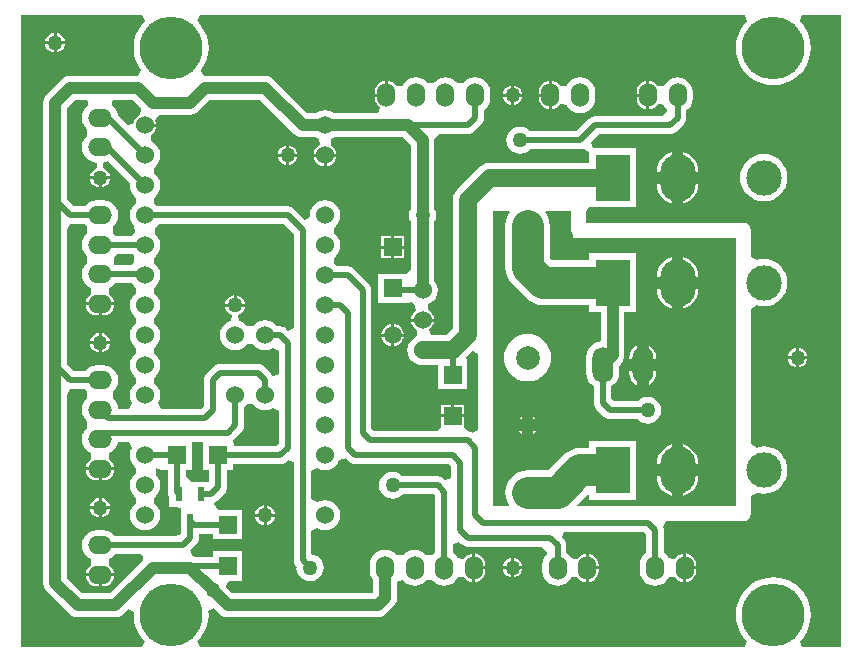
<source format=gbl>
G04 Layer_Physical_Order=2*
G04 Layer_Color=16711680*
%FSLAX25Y25*%
%MOIN*%
G70*
G01*
G75*
%ADD10R,0.05906X0.05906*%
%ADD11R,0.05906X0.05906*%
%ADD13C,0.02000*%
%ADD14C,0.01969*%
%ADD15C,0.10827*%
%ADD16C,0.06000*%
%ADD17O,0.08000X0.06000*%
%ADD18O,0.09843X0.07874*%
%ADD19C,0.07874*%
%ADD20O,0.06000X0.08000*%
%ADD21C,0.11811*%
%ADD22O,0.11811X0.15748*%
%ADD23R,0.11811X0.15748*%
%ADD24O,0.07000X0.12000*%
%ADD25C,0.20945*%
%ADD26C,0.05000*%
%ADD27C,0.05906*%
%ADD28R,0.02362X0.04528*%
%ADD29C,0.03937*%
%ADD30C,0.05906*%
G36*
X42374Y209626D02*
X42357Y209612D01*
X41085Y208123D01*
X40062Y206453D01*
X39312Y204644D01*
X38855Y202740D01*
X38702Y200787D01*
X38855Y198835D01*
X39312Y196931D01*
X40062Y195122D01*
X41085Y193452D01*
X41218Y193296D01*
X40212Y191443D01*
X40000Y191471D01*
X17500D01*
X16472Y191336D01*
X15515Y190939D01*
X14692Y190308D01*
X9692Y185308D01*
X9061Y184485D01*
X8664Y183528D01*
X8529Y182500D01*
Y22500D01*
X8664Y21472D01*
X9061Y20515D01*
X9692Y19692D01*
X17192Y12192D01*
X18014Y11561D01*
X18972Y11164D01*
X20000Y11029D01*
X32500D01*
X33528Y11164D01*
X34486Y11561D01*
X35308Y12192D01*
X36881Y13765D01*
X38786Y12887D01*
X38702Y11811D01*
X38855Y9859D01*
X39312Y7955D01*
X40062Y6146D01*
X41085Y4476D01*
X42357Y2987D01*
X42374Y2972D01*
X41648Y1003D01*
X1003D01*
Y211595D01*
X41648D01*
X42374Y209626D01*
D02*
G37*
G36*
X274587Y1003D02*
X261502D01*
X260775Y2972D01*
X260793Y2987D01*
X262065Y4476D01*
X263088Y6146D01*
X263837Y7955D01*
X264294Y9859D01*
X264448Y11811D01*
X264294Y13763D01*
X263837Y15667D01*
X263088Y17477D01*
X262065Y19146D01*
X260793Y20635D01*
X259304Y21907D01*
X257634Y22930D01*
X255825Y23680D01*
X253921Y24137D01*
X251969Y24290D01*
X250016Y24137D01*
X248112Y23680D01*
X246303Y22930D01*
X244633Y21907D01*
X243144Y20635D01*
X241872Y19146D01*
X240849Y17477D01*
X240100Y15667D01*
X239643Y13763D01*
X239489Y11811D01*
X239643Y9859D01*
X240100Y7955D01*
X240849Y6146D01*
X241872Y4476D01*
X243144Y2987D01*
X243162Y2972D01*
X242435Y1003D01*
X60714D01*
X59988Y2972D01*
X60005Y2987D01*
X61277Y4476D01*
X62300Y6146D01*
X63050Y7955D01*
X63507Y9859D01*
X63661Y11811D01*
X63564Y13036D01*
X65469Y13915D01*
X67192Y12192D01*
X68015Y11561D01*
X68972Y11164D01*
X70000Y11029D01*
X120000D01*
X121028Y11164D01*
X121985Y11561D01*
X122808Y12192D01*
X125308Y14692D01*
X125939Y15515D01*
X126336Y16472D01*
X126471Y17500D01*
Y22694D01*
X128200Y23334D01*
X128343Y23319D01*
X128614Y23197D01*
X128799Y22956D01*
X129837Y22160D01*
X131045Y21659D01*
X132343Y21489D01*
X133640Y21659D01*
X134848Y22160D01*
X135886Y22956D01*
X136071Y23197D01*
X136297Y23299D01*
X138231D01*
X138457Y23197D01*
X138642Y22956D01*
X139679Y22160D01*
X140888Y21659D01*
X142185Y21489D01*
X143482Y21659D01*
X144691Y22160D01*
X145729Y22956D01*
X146525Y23994D01*
X146680Y24369D01*
X148114Y24524D01*
X148838Y24435D01*
X149326Y23799D01*
X150118Y23192D01*
X151039Y22810D01*
X151528Y22746D01*
Y27500D01*
Y32254D01*
X151039Y32190D01*
X150118Y31808D01*
X149326Y31201D01*
X148838Y30565D01*
X148114Y30476D01*
X146680Y30631D01*
X146525Y31006D01*
X145729Y32044D01*
X145163Y32477D01*
Y35341D01*
X147132Y36156D01*
X147894Y35394D01*
X147894Y35394D01*
X148511Y34921D01*
X149229Y34623D01*
X150000Y34522D01*
X174680D01*
X176483Y32643D01*
X176456Y32044D01*
X175660Y31006D01*
X175159Y29797D01*
X174989Y28500D01*
Y26500D01*
X175159Y25203D01*
X175660Y23994D01*
X176456Y22956D01*
X177494Y22160D01*
X178703Y21659D01*
X180000Y21489D01*
X181297Y21659D01*
X182506Y22160D01*
X183544Y22956D01*
X184340Y23994D01*
X184495Y24369D01*
X185928Y24524D01*
X186653Y24435D01*
X187141Y23799D01*
X187933Y23192D01*
X188854Y22810D01*
X189342Y22746D01*
Y27500D01*
Y32254D01*
X188854Y32190D01*
X187933Y31808D01*
X187141Y31201D01*
X186653Y30565D01*
X185928Y30476D01*
X184495Y30631D01*
X184340Y31006D01*
X183544Y32044D01*
X182978Y32477D01*
Y35000D01*
X182877Y35771D01*
X182579Y36489D01*
X182106Y37106D01*
X182106Y37106D01*
X181509Y37703D01*
X182262Y39522D01*
X208766D01*
X209522Y38766D01*
Y32477D01*
X208956Y32044D01*
X208160Y31006D01*
X207659Y29797D01*
X207489Y28500D01*
Y26500D01*
X207659Y25203D01*
X208160Y23994D01*
X208956Y22956D01*
X209994Y22160D01*
X211203Y21659D01*
X212500Y21489D01*
X213797Y21659D01*
X215006Y22160D01*
X216044Y22956D01*
X216840Y23994D01*
X216995Y24369D01*
X218428Y24524D01*
X219153Y24435D01*
X219641Y23799D01*
X220432Y23192D01*
X221354Y22810D01*
X221843Y22746D01*
Y27500D01*
Y32254D01*
X221354Y32190D01*
X220432Y31808D01*
X219641Y31201D01*
X219153Y30565D01*
X218428Y30476D01*
X216995Y30631D01*
X216840Y31006D01*
X216044Y32044D01*
X215478Y32477D01*
Y40000D01*
X215377Y40771D01*
X215276Y41015D01*
X215916Y42445D01*
X216325Y42913D01*
X216414Y42983D01*
X242000D01*
X242963Y43175D01*
X243780Y43720D01*
X244325Y44537D01*
X244517Y45500D01*
Y51319D01*
X246485Y52456D01*
X247197Y52240D01*
X248740Y52088D01*
X250284Y52240D01*
X251768Y52690D01*
X253136Y53421D01*
X254335Y54405D01*
X255319Y55604D01*
X256050Y56972D01*
X256500Y58456D01*
X256652Y60000D01*
X256500Y61544D01*
X256050Y63028D01*
X255319Y64396D01*
X254335Y65595D01*
X253136Y66579D01*
X251768Y67310D01*
X250284Y67760D01*
X248740Y67912D01*
X247197Y67760D01*
X246485Y67544D01*
X244517Y68681D01*
Y113819D01*
X246485Y114956D01*
X247197Y114740D01*
X248740Y114588D01*
X250284Y114740D01*
X251768Y115190D01*
X253136Y115921D01*
X254335Y116905D01*
X255319Y118104D01*
X256050Y119472D01*
X256500Y120956D01*
X256652Y122500D01*
X256500Y124044D01*
X256050Y125528D01*
X255319Y126896D01*
X254335Y128095D01*
X253136Y129079D01*
X251768Y129810D01*
X250284Y130260D01*
X248740Y130412D01*
X247197Y130260D01*
X246485Y130044D01*
X244517Y131181D01*
Y140000D01*
X244325Y140963D01*
X243780Y141780D01*
X242963Y142325D01*
X242000Y142517D01*
X189517D01*
Y146085D01*
X190472Y147658D01*
X190781Y147658D01*
X206221D01*
Y167342D01*
X191917Y167342D01*
X191886D01*
X191886D01*
X191838Y167342D01*
X191023Y169311D01*
X193734Y172022D01*
X217500D01*
X218271Y172123D01*
X218989Y172421D01*
X219606Y172894D01*
X222106Y175394D01*
X222106Y175394D01*
X222579Y176011D01*
X222877Y176729D01*
X222978Y177500D01*
Y180023D01*
X223544Y180456D01*
X224340Y181494D01*
X224841Y182703D01*
X225011Y184000D01*
Y186000D01*
X224841Y187297D01*
X224340Y188506D01*
X223544Y189544D01*
X222506Y190340D01*
X221297Y190841D01*
X220000Y191011D01*
X218703Y190841D01*
X217494Y190340D01*
X216456Y189544D01*
X215660Y188506D01*
X215505Y188131D01*
X214071Y187976D01*
X213347Y188065D01*
X212859Y188701D01*
X212068Y189308D01*
X211146Y189690D01*
X210658Y189754D01*
Y185000D01*
Y180246D01*
X211146Y180310D01*
X212068Y180692D01*
X212859Y181299D01*
X213347Y181935D01*
X214071Y182024D01*
X215505Y181869D01*
X215660Y181494D01*
X216456Y180456D01*
X216483Y179857D01*
X214680Y177978D01*
X192500D01*
X192500Y177978D01*
X191729Y177877D01*
X191011Y177579D01*
X190394Y177106D01*
X186266Y172978D01*
X170847D01*
X170687Y173187D01*
X169754Y173903D01*
X168667Y174354D01*
X167500Y174507D01*
X166333Y174354D01*
X165246Y173903D01*
X164313Y173187D01*
X163597Y172254D01*
X163146Y171167D01*
X162993Y170000D01*
X163146Y168833D01*
X163597Y167746D01*
X164313Y166813D01*
X165246Y166097D01*
X166333Y165647D01*
X167500Y165493D01*
X168667Y165647D01*
X169754Y166097D01*
X170687Y166813D01*
X170847Y167022D01*
X187500D01*
X188271Y167123D01*
X188504Y167220D01*
X188762Y167120D01*
X190346Y166192D01*
X190472Y166078D01*
X190472Y165940D01*
Y162464D01*
X157500D01*
X156215Y162295D01*
X155018Y161799D01*
X153990Y161010D01*
X146490Y153510D01*
X145701Y152482D01*
X145205Y151285D01*
X145036Y150000D01*
Y107056D01*
X142944Y104964D01*
X137754D01*
X137387Y105715D01*
X137223Y106932D01*
X137701Y107299D01*
X138308Y108090D01*
X138690Y109011D01*
X138754Y109500D01*
X135000D01*
X131246D01*
X131310Y109011D01*
X131692Y108090D01*
X132299Y107299D01*
X133090Y106692D01*
X133168Y106659D01*
X133059Y104574D01*
X132494Y104340D01*
X131456Y103544D01*
X130660Y102506D01*
X130159Y101297D01*
X129989Y100000D01*
X130159Y98703D01*
X130660Y97494D01*
X131456Y96456D01*
X132494Y95660D01*
X133703Y95159D01*
X135000Y94989D01*
X135362Y95036D01*
X140079D01*
Y86968D01*
X149921D01*
Y96811D01*
X149921D01*
X149602Y97582D01*
X151664Y99645D01*
X153483Y98891D01*
Y73358D01*
X151515Y72560D01*
X151489Y72579D01*
X150771Y72877D01*
X150100Y72965D01*
X149259Y73834D01*
X148740Y74433D01*
X148740Y74947D01*
Y77610D01*
X145000D01*
X141260D01*
Y74947D01*
X141260Y74370D01*
X139868Y72978D01*
X118734D01*
X117978Y73734D01*
Y120000D01*
X117978Y120000D01*
X117877Y120771D01*
X117579Y121489D01*
X117106Y122106D01*
X112106Y127106D01*
X111489Y127579D01*
X110771Y127877D01*
X110000Y127978D01*
X106477D01*
X106044Y128544D01*
X105692Y128814D01*
X105549Y129197D01*
Y130803D01*
X105692Y131186D01*
X106044Y131456D01*
X106840Y132494D01*
X107341Y133703D01*
X107511Y135000D01*
X107341Y136297D01*
X106840Y137506D01*
X106044Y138544D01*
X105692Y138813D01*
X105549Y139197D01*
Y140803D01*
X105692Y141186D01*
X106044Y141456D01*
X106840Y142494D01*
X107341Y143703D01*
X107511Y145000D01*
X107341Y146297D01*
X106840Y147506D01*
X106044Y148544D01*
X105006Y149340D01*
X103797Y149841D01*
X102500Y150011D01*
X101203Y149841D01*
X99994Y149340D01*
X98956Y148544D01*
X98160Y147506D01*
X97659Y146297D01*
X97489Y145000D01*
X97563Y144432D01*
X95699Y143513D01*
X92106Y147106D01*
X91489Y147579D01*
X90771Y147877D01*
X90000Y147978D01*
X46477D01*
X46044Y148544D01*
X45692Y148813D01*
X45549Y149197D01*
Y150803D01*
X45692Y151187D01*
X46044Y151456D01*
X46840Y152494D01*
X47341Y153703D01*
X47511Y155000D01*
X47341Y156297D01*
X46840Y157506D01*
X46044Y158544D01*
X45692Y158814D01*
X45549Y159197D01*
Y160803D01*
X45692Y161187D01*
X46044Y161456D01*
X46840Y162494D01*
X47341Y163703D01*
X47511Y165000D01*
X47341Y166297D01*
X46840Y167506D01*
X46044Y168544D01*
X45006Y169340D01*
X44441Y169574D01*
X44332Y171659D01*
X44410Y171692D01*
X45201Y172299D01*
X45808Y173090D01*
X46190Y174011D01*
X46254Y174500D01*
X42500D01*
Y175500D01*
X46254D01*
X46190Y175989D01*
X45953Y176560D01*
X46430Y177723D01*
X47047Y178529D01*
X57500D01*
X58528Y178664D01*
X59486Y179061D01*
X60308Y179692D01*
X64145Y183529D01*
X80855D01*
X92192Y172192D01*
X93015Y171561D01*
X93972Y171164D01*
X95000Y171029D01*
X99513D01*
X99994Y170660D01*
X100559Y170426D01*
X100668Y168341D01*
X100590Y168308D01*
X99799Y167701D01*
X99192Y166910D01*
X98810Y165989D01*
X98746Y165500D01*
X106254D01*
X106190Y165989D01*
X105808Y166910D01*
X105201Y167701D01*
X104410Y168308D01*
X104332Y168341D01*
X104441Y170426D01*
X105006Y170660D01*
X105487Y171029D01*
X128355D01*
X131029Y168355D01*
Y147090D01*
X130647Y146167D01*
X130493Y145000D01*
X130647Y143833D01*
X131029Y142910D01*
Y127041D01*
X129921Y125531D01*
X120079D01*
Y115689D01*
X129921D01*
X129921Y115689D01*
X131333Y116001D01*
X132516Y115159D01*
X132644Y114746D01*
X132663Y112980D01*
X132299Y112701D01*
X131692Y111910D01*
X131310Y110989D01*
X131246Y110500D01*
X135000D01*
X138754D01*
X138690Y110989D01*
X138308Y111910D01*
X137701Y112701D01*
X136910Y113308D01*
X136832Y113341D01*
X136941Y115426D01*
X137506Y115660D01*
X138544Y116456D01*
X139340Y117494D01*
X139841Y118703D01*
X140011Y120000D01*
X139841Y121297D01*
X139340Y122506D01*
X138971Y122987D01*
Y142910D01*
X139354Y143833D01*
X139507Y145000D01*
X139354Y146167D01*
X138971Y147090D01*
Y170000D01*
X138964Y170053D01*
X140227Y171833D01*
X140555Y172022D01*
X150000D01*
X150771Y172123D01*
X151489Y172421D01*
X152106Y172894D01*
X154606Y175394D01*
X154606Y175394D01*
X155079Y176011D01*
X155377Y176729D01*
X155478Y177500D01*
Y180023D01*
X156044Y180456D01*
X156840Y181494D01*
X157341Y182703D01*
X157511Y184000D01*
Y186000D01*
X157341Y187297D01*
X156840Y188506D01*
X156044Y189544D01*
X155006Y190340D01*
X153797Y190841D01*
X152500Y191011D01*
X151203Y190841D01*
X149994Y190340D01*
X148956Y189544D01*
X148772Y189303D01*
X148546Y189201D01*
X146612D01*
X146386Y189303D01*
X146201Y189544D01*
X145163Y190340D01*
X143955Y190841D01*
X142657Y191011D01*
X141360Y190841D01*
X140152Y190340D01*
X139114Y189544D01*
X138929Y189303D01*
X138703Y189201D01*
X136769D01*
X136543Y189303D01*
X136358Y189544D01*
X135321Y190340D01*
X134112Y190841D01*
X132815Y191011D01*
X131518Y190841D01*
X130309Y190340D01*
X129271Y189544D01*
X128475Y188506D01*
X128320Y188131D01*
X126886Y187976D01*
X126162Y188065D01*
X125674Y188701D01*
X124882Y189308D01*
X123961Y189690D01*
X123472Y189754D01*
Y185000D01*
X122972D01*
Y184500D01*
X119152D01*
Y184000D01*
X119282Y183011D01*
X119664Y182090D01*
X120271Y181299D01*
X120739Y180939D01*
X120558Y179672D01*
X120211Y178971D01*
X105487D01*
X105006Y179340D01*
X103797Y179841D01*
X102500Y180011D01*
X101203Y179841D01*
X99994Y179340D01*
X99513Y178971D01*
X96645D01*
X85308Y190308D01*
X84486Y190939D01*
X83528Y191336D01*
X82500Y191471D01*
X62500D01*
X62133Y191423D01*
X61060Y193197D01*
X61277Y193452D01*
X62300Y195122D01*
X63050Y196931D01*
X63507Y198835D01*
X63661Y200787D01*
X63507Y202740D01*
X63050Y204644D01*
X62300Y206453D01*
X61277Y208123D01*
X60005Y209612D01*
X59988Y209626D01*
X60714Y211595D01*
X242435D01*
X243161Y209626D01*
X243144Y209612D01*
X241872Y208123D01*
X240849Y206453D01*
X240100Y204644D01*
X239643Y202740D01*
X239489Y200787D01*
X239643Y198835D01*
X240100Y196931D01*
X240849Y195122D01*
X241872Y193452D01*
X243144Y191963D01*
X244633Y190691D01*
X246303Y189668D01*
X248112Y188919D01*
X250016Y188462D01*
X251969Y188308D01*
X253921Y188462D01*
X255825Y188919D01*
X257634Y189668D01*
X259304Y190691D01*
X260793Y191963D01*
X262065Y193452D01*
X263088Y195122D01*
X263837Y196931D01*
X264294Y198835D01*
X264448Y200787D01*
X264294Y202740D01*
X263837Y204644D01*
X263088Y206453D01*
X262065Y208123D01*
X260793Y209612D01*
X260776Y209626D01*
X261502Y211595D01*
X274587D01*
Y1003D01*
D02*
G37*
G36*
X41247Y180637D02*
X41299Y180253D01*
X40733Y178367D01*
X40590Y178308D01*
X39799Y177701D01*
X39192Y176910D01*
X38810Y175989D01*
X38777Y175741D01*
X36914Y174954D01*
X36784Y174951D01*
X33402Y178333D01*
X33341Y178797D01*
X32840Y180006D01*
X32044Y181044D01*
X31370Y181561D01*
X31643Y183060D01*
X31889Y183529D01*
X38355D01*
X41247Y180637D01*
D02*
G37*
G36*
X23357Y183060D02*
X23630Y181561D01*
X22956Y181044D01*
X22160Y180006D01*
X21659Y178797D01*
X21489Y177500D01*
X21659Y176203D01*
X22160Y174994D01*
X22956Y173956D01*
X23197Y173772D01*
X23299Y173546D01*
Y171612D01*
X23197Y171386D01*
X22956Y171201D01*
X22160Y170163D01*
X21659Y168955D01*
X21489Y167657D01*
X21659Y166360D01*
X22160Y165152D01*
X22956Y164114D01*
X23994Y163318D01*
X24765Y162998D01*
X25203Y162817D01*
X26513Y162466D01*
Y162466D01*
D01*
X26642Y160703D01*
X26466Y160630D01*
X25842Y160371D01*
X25155Y159845D01*
X24629Y159158D01*
X24297Y158358D01*
X24250Y158000D01*
X30750D01*
X30703Y158358D01*
X30371Y159158D01*
X29845Y159845D01*
X29158Y160371D01*
X28534Y160630D01*
X28368Y160699D01*
X28488Y162466D01*
X30260Y162938D01*
X30315Y162951D01*
X37579Y155687D01*
X37489Y155000D01*
X37659Y153703D01*
X38160Y152494D01*
X38956Y151456D01*
X39308Y151187D01*
X39451Y150803D01*
Y149197D01*
X39308Y148813D01*
X38956Y148544D01*
X38160Y147506D01*
X37659Y146297D01*
X37489Y145000D01*
X37659Y143703D01*
X38160Y142494D01*
X38956Y141456D01*
X39073Y139367D01*
X37922Y138136D01*
X32477D01*
X32044Y138701D01*
X31803Y138885D01*
X31701Y139112D01*
Y141045D01*
X31803Y141272D01*
X32044Y141456D01*
X32840Y142494D01*
X33341Y143703D01*
X33511Y145000D01*
X33341Y146297D01*
X32840Y147506D01*
X32044Y148544D01*
X31006Y149340D01*
X29797Y149841D01*
X28500Y150011D01*
X26500D01*
X25203Y149841D01*
X23994Y149340D01*
X22956Y148544D01*
X22523Y147978D01*
X18734D01*
X16471Y150241D01*
Y180855D01*
X19145Y183529D01*
X23111D01*
X23357Y183060D01*
D02*
G37*
G36*
X38956Y131456D02*
X38913Y129410D01*
X37857Y128293D01*
X32477D01*
X32044Y128858D01*
X32020Y130868D01*
X33266Y132179D01*
X38402D01*
X38956Y131456D01*
D02*
G37*
G36*
X92022Y138766D02*
Y107284D01*
X90203Y106531D01*
X89617Y107117D01*
X88997Y107593D01*
X88275Y107892D01*
X87500Y107994D01*
X86465D01*
X86044Y108544D01*
X85006Y109340D01*
X83797Y109841D01*
X82500Y110011D01*
X81203Y109841D01*
X79994Y109340D01*
X78956Y108544D01*
X78686Y108192D01*
X78303Y108049D01*
X76697D01*
X76314Y108192D01*
X76044Y108544D01*
X75006Y109340D01*
X73797Y109841D01*
X73447Y111692D01*
X73448Y111695D01*
X74158Y112128D01*
X74844Y112655D01*
X74845Y112655D01*
X74958Y112803D01*
X75371Y113342D01*
X75703Y114142D01*
X75750Y114500D01*
X69250D01*
X69297Y114142D01*
X69629Y113342D01*
X70042Y112803D01*
X70155Y112655D01*
X70156Y112655D01*
X70842Y112128D01*
X71552Y111695D01*
X71553Y111692D01*
X71203Y109841D01*
X69994Y109340D01*
X68956Y108544D01*
X68160Y107506D01*
X67659Y106297D01*
X67489Y105000D01*
X67659Y103703D01*
X68160Y102494D01*
X68956Y101456D01*
X69994Y100660D01*
X71203Y100159D01*
X72500Y99989D01*
X73797Y100159D01*
X75006Y100660D01*
X76044Y101456D01*
X76314Y101808D01*
X76697Y101951D01*
X78303D01*
X78686Y101808D01*
X78956Y101456D01*
X79994Y100660D01*
X81203Y100159D01*
X82500Y99989D01*
X83797Y100159D01*
X85006Y100660D01*
X85037Y100684D01*
X87006Y99714D01*
Y91982D01*
X85215Y91524D01*
X85037Y91544D01*
X84606Y92106D01*
X84606Y92106D01*
X82106Y94606D01*
X81489Y95079D01*
X80771Y95377D01*
X80000Y95478D01*
X67500D01*
X66729Y95377D01*
X66011Y95079D01*
X65394Y94606D01*
X65394Y94606D01*
X62894Y92106D01*
X62421Y91489D01*
X62123Y90771D01*
X62022Y90000D01*
Y81234D01*
X61266Y80478D01*
X47774D01*
X46804Y82447D01*
X46840Y82494D01*
X47341Y83703D01*
X47511Y85000D01*
X47341Y86297D01*
X46840Y87506D01*
X46044Y88544D01*
X45692Y88814D01*
X45549Y89197D01*
Y90803D01*
X45692Y91186D01*
X46044Y91456D01*
X46840Y92494D01*
X47341Y93703D01*
X47511Y95000D01*
X47341Y96297D01*
X46840Y97506D01*
X46044Y98544D01*
X45692Y98813D01*
X45549Y99197D01*
Y100803D01*
X45692Y101187D01*
X46044Y101456D01*
X46840Y102494D01*
X47341Y103703D01*
X47511Y105000D01*
X47341Y106297D01*
X46840Y107506D01*
X46044Y108544D01*
X45692Y108814D01*
X45549Y109197D01*
Y110803D01*
X45692Y111187D01*
X46044Y111456D01*
X46840Y112494D01*
X47341Y113703D01*
X47511Y115000D01*
X47341Y116297D01*
X46840Y117506D01*
X46044Y118544D01*
X45692Y118814D01*
X45549Y119197D01*
Y120803D01*
X45692Y121186D01*
X46044Y121456D01*
X46840Y122494D01*
X47341Y123703D01*
X47511Y125000D01*
X47341Y126297D01*
X46840Y127506D01*
X46044Y128544D01*
X45692Y128814D01*
X45549Y129197D01*
Y130803D01*
X45692Y131186D01*
X46044Y131456D01*
X46840Y132494D01*
X47341Y133703D01*
X47511Y135000D01*
X47341Y136297D01*
X46840Y137506D01*
X46044Y138544D01*
X45946Y138618D01*
X45769Y140676D01*
X47013Y142022D01*
X88766D01*
X92022Y138766D01*
D02*
G37*
G36*
X22956Y141456D02*
X23197Y141272D01*
X23299Y141045D01*
Y139112D01*
X23197Y138885D01*
X22956Y138701D01*
X22160Y137663D01*
X21659Y136454D01*
X21489Y135158D01*
X21659Y133860D01*
X22160Y132652D01*
X22956Y131614D01*
X23197Y131429D01*
X23299Y131203D01*
Y129270D01*
X23197Y129043D01*
X22956Y128858D01*
X22160Y127821D01*
X21659Y126612D01*
X21489Y125315D01*
X21659Y124018D01*
X22160Y122809D01*
X22956Y121771D01*
X23994Y120975D01*
X24369Y120820D01*
X24524Y119386D01*
X24435Y118662D01*
X23799Y118174D01*
X23192Y117383D01*
X22810Y116461D01*
X22746Y115972D01*
X27500D01*
X32254D01*
X32190Y116461D01*
X31808Y117383D01*
X31201Y118174D01*
X30565Y118662D01*
X30476Y119386D01*
X30631Y120820D01*
X31006Y120975D01*
X32044Y121771D01*
X32477Y122337D01*
X38281D01*
X38956Y121456D01*
X39308Y121186D01*
X39451Y120803D01*
Y119197D01*
X39308Y118814D01*
X38956Y118544D01*
X38160Y117506D01*
X37659Y116297D01*
X37489Y115000D01*
X37659Y113703D01*
X38160Y112494D01*
X38956Y111456D01*
X39308Y111187D01*
X39451Y110803D01*
Y109197D01*
X39308Y108814D01*
X38956Y108544D01*
X38160Y107506D01*
X37659Y106297D01*
X37489Y105000D01*
X37659Y103703D01*
X38160Y102494D01*
X38956Y101456D01*
X39308Y101187D01*
X39451Y100803D01*
Y99197D01*
X39308Y98813D01*
X38956Y98544D01*
X38160Y97506D01*
X37659Y96297D01*
X37489Y95000D01*
X37659Y93703D01*
X38160Y92494D01*
X38956Y91456D01*
X39308Y91186D01*
X39451Y90803D01*
Y89197D01*
X39308Y88814D01*
X38956Y88544D01*
X38160Y87506D01*
X37659Y86297D01*
X37489Y85000D01*
X37659Y83703D01*
X38160Y82494D01*
X38197Y82447D01*
X37226Y80478D01*
X33469D01*
X33341Y81454D01*
X32840Y82663D01*
X32044Y83701D01*
X31803Y83886D01*
X31701Y84112D01*
Y86045D01*
X31803Y86272D01*
X32044Y86456D01*
X32840Y87494D01*
X33341Y88703D01*
X33511Y90000D01*
X33341Y91297D01*
X32840Y92506D01*
X32044Y93544D01*
X31006Y94340D01*
X29797Y94841D01*
X28500Y95011D01*
X26500D01*
X25203Y94841D01*
X23994Y94340D01*
X22956Y93544D01*
X22523Y92978D01*
X18734D01*
X16471Y95241D01*
Y140172D01*
X17500Y142022D01*
X17500Y142022D01*
X22523D01*
X22956Y141456D01*
D02*
G37*
G36*
X184483Y140000D02*
X184675Y139037D01*
X185000Y138550D01*
Y137500D01*
X186915D01*
X187000Y137483D01*
X239483D01*
Y48017D01*
X186660D01*
X186469Y48479D01*
X190010Y52020D01*
X190472Y51829D01*
Y50157D01*
X206221D01*
Y69842D01*
X190472D01*
Y67418D01*
X187500D01*
X187500Y67418D01*
X186053Y67275D01*
X184661Y66853D01*
X183379Y66167D01*
X182255Y65245D01*
X182255Y65245D01*
X176927Y59918D01*
X170000D01*
X168553Y59775D01*
X167161Y59353D01*
X165879Y58667D01*
X164755Y57745D01*
X163832Y56621D01*
X163147Y55339D01*
X162725Y53947D01*
X162582Y52500D01*
X162725Y51053D01*
X163147Y49661D01*
X163759Y48517D01*
X163546Y48017D01*
X158517D01*
Y146483D01*
X163975D01*
X164189Y146031D01*
X163832Y145597D01*
X163147Y144315D01*
X162725Y142923D01*
X162582Y141476D01*
Y127500D01*
X162582Y127500D01*
X162725Y126053D01*
X163147Y124661D01*
X163832Y123379D01*
X164755Y122255D01*
X169755Y117255D01*
X169755Y117255D01*
X170879Y116332D01*
X172161Y115647D01*
X173553Y115225D01*
X175000Y115082D01*
X175000Y115082D01*
X190472D01*
Y112657D01*
X194376D01*
Y102934D01*
X193572Y102828D01*
X192242Y102277D01*
X191100Y101400D01*
X190223Y100258D01*
X189672Y98928D01*
X189484Y97500D01*
Y92500D01*
X189672Y91072D01*
X190223Y89742D01*
X191100Y88600D01*
X192006Y87905D01*
Y82500D01*
X192108Y81725D01*
X192407Y81003D01*
X192883Y80383D01*
X195383Y77883D01*
X196003Y77407D01*
X196725Y77108D01*
X197500Y77006D01*
X206665D01*
X206813Y76813D01*
X207747Y76097D01*
X208834Y75647D01*
X210000Y75493D01*
X211167Y75647D01*
X212253Y76097D01*
X213187Y76813D01*
X213903Y77746D01*
X214353Y78834D01*
X214507Y80000D01*
X214353Y81166D01*
X213903Y82253D01*
X213187Y83187D01*
X212253Y83903D01*
X211167Y84354D01*
X210000Y84507D01*
X208834Y84354D01*
X207747Y83903D01*
X206813Y83187D01*
X206665Y82994D01*
X198740D01*
X197994Y83740D01*
Y87905D01*
X198900Y88600D01*
X199777Y89742D01*
X200328Y91072D01*
X200516Y92500D01*
Y94900D01*
X201154Y95539D01*
X201785Y96361D01*
X202182Y97319D01*
X202317Y98347D01*
X202263Y98760D01*
X202317Y99173D01*
Y112657D01*
X206221D01*
Y132343D01*
X190472D01*
Y129918D01*
X178073D01*
X177418Y130572D01*
Y141476D01*
X177275Y142923D01*
X176853Y144315D01*
X176168Y145597D01*
X175812Y146031D01*
X176025Y146483D01*
X184483D01*
Y140000D01*
D02*
G37*
G36*
X78686Y81808D02*
X78956Y81456D01*
X79994Y80660D01*
X81203Y80159D01*
X82500Y79989D01*
X83797Y80159D01*
X85006Y80660D01*
X85037Y80684D01*
X87006Y79714D01*
Y68740D01*
X86260Y67994D01*
X72015D01*
X71847Y69963D01*
X73077Y71365D01*
X74606Y72894D01*
X74606Y72894D01*
X75079Y73511D01*
X75377Y74229D01*
X75478Y75000D01*
Y81023D01*
X76044Y81456D01*
X76314Y81808D01*
X76697Y81951D01*
X78303D01*
X78686Y81808D01*
D02*
G37*
G36*
X110394Y62894D02*
X110394Y62894D01*
X111011Y62421D01*
X111729Y62123D01*
X112500Y62022D01*
X143766D01*
X144522Y61266D01*
Y57474D01*
X142553Y56659D01*
X142106Y57106D01*
X141489Y57579D01*
X140771Y57877D01*
X140000Y57978D01*
X128347D01*
X128187Y58187D01*
X127253Y58903D01*
X126166Y59354D01*
X125000Y59507D01*
X123834Y59354D01*
X122747Y58903D01*
X121813Y58187D01*
X121097Y57253D01*
X120647Y56166D01*
X120493Y55000D01*
X120647Y53834D01*
X121097Y52746D01*
X121813Y51813D01*
X122747Y51097D01*
X123834Y50647D01*
X125000Y50493D01*
X126166Y50647D01*
X127253Y51097D01*
X128187Y51813D01*
X128347Y52022D01*
X138766D01*
X139207Y51581D01*
Y32477D01*
X138642Y32044D01*
X138457Y31803D01*
X138231Y31701D01*
X136297D01*
X136071Y31803D01*
X135886Y32044D01*
X134848Y32840D01*
X133640Y33341D01*
X132343Y33511D01*
X131045Y33341D01*
X129837Y32840D01*
X128799Y32044D01*
X128614Y31803D01*
X128388Y31701D01*
X126454D01*
X126228Y31803D01*
X126044Y32044D01*
X125006Y32840D01*
X123797Y33341D01*
X122500Y33511D01*
X121203Y33341D01*
X119994Y32840D01*
X118956Y32044D01*
X118160Y31006D01*
X117659Y29797D01*
X117489Y28500D01*
Y26500D01*
X117659Y25203D01*
X118160Y23994D01*
X118529Y23513D01*
Y19145D01*
X118355Y18971D01*
X71645D01*
X69395Y21220D01*
X69420Y21528D01*
X70540Y23189D01*
X74921D01*
Y33031D01*
X65079D01*
Y31104D01*
X59086D01*
X58528Y31336D01*
X58338Y31361D01*
X58170Y31570D01*
X57622Y33380D01*
X57623Y33389D01*
X59617Y35383D01*
X60093Y36003D01*
X60392Y36725D01*
X60494Y37500D01*
Y38839D01*
X60650D01*
Y38896D01*
X65079D01*
Y36968D01*
X74921D01*
Y46811D01*
X66855D01*
X65495Y48574D01*
X65607Y49204D01*
X65926Y49336D01*
X66546Y49812D01*
X69007Y52273D01*
X69483Y52893D01*
X69782Y53615D01*
X69884Y54390D01*
Y60079D01*
X71811D01*
Y62006D01*
X87500D01*
X88275Y62108D01*
X88997Y62407D01*
X89617Y62883D01*
X90203Y63469D01*
X92022Y62716D01*
Y30000D01*
X92123Y29229D01*
X92421Y28511D01*
X92894Y27894D01*
X93027Y27761D01*
X92993Y27500D01*
X93147Y26333D01*
X93597Y25247D01*
X94313Y24313D01*
X95246Y23597D01*
X96333Y23146D01*
X97500Y22993D01*
X98667Y23146D01*
X99753Y23597D01*
X100687Y24313D01*
X101403Y25247D01*
X101854Y26333D01*
X102007Y27500D01*
X101854Y28666D01*
X101403Y29754D01*
X100687Y30687D01*
X99753Y31403D01*
X98667Y31854D01*
X97978Y31944D01*
Y39726D01*
X99947Y40696D01*
X99994Y40660D01*
X101203Y40159D01*
X102500Y39989D01*
X103797Y40159D01*
X105006Y40660D01*
X106044Y41456D01*
X106840Y42494D01*
X107341Y43703D01*
X107511Y45000D01*
X107341Y46297D01*
X106840Y47506D01*
X106044Y48544D01*
X105006Y49340D01*
X103797Y49841D01*
X102500Y50011D01*
X101203Y49841D01*
X99994Y49340D01*
X99947Y49303D01*
X97978Y50274D01*
Y59726D01*
X99947Y60697D01*
X99994Y60660D01*
X101203Y60159D01*
X102500Y59989D01*
X103797Y60159D01*
X105006Y60660D01*
X106044Y61456D01*
X106840Y62494D01*
X107183Y63322D01*
X108415Y63825D01*
X109356Y63932D01*
X110394Y62894D01*
D02*
G37*
G36*
X61968Y60079D02*
X63896D01*
Y56161D01*
X58091D01*
Y56161D01*
X58073D01*
X56104Y57797D01*
Y60079D01*
X58031D01*
Y69522D01*
X61968D01*
Y60079D01*
D02*
G37*
G36*
X22956Y86456D02*
X23197Y86272D01*
X23299Y86045D01*
Y84112D01*
X23197Y83886D01*
X22956Y83701D01*
X22160Y82663D01*
X21659Y81454D01*
X21489Y80158D01*
X21659Y78860D01*
X22160Y77652D01*
X22956Y76614D01*
X23197Y76429D01*
X23299Y76203D01*
Y74269D01*
X23197Y74043D01*
X22956Y73858D01*
X22160Y72821D01*
X21659Y71612D01*
X21489Y70315D01*
X21659Y69018D01*
X22160Y67809D01*
X22956Y66771D01*
X23994Y65975D01*
X24369Y65820D01*
X24524Y64386D01*
X24435Y63662D01*
X23799Y63174D01*
X23192Y62383D01*
X22810Y61461D01*
X22746Y60972D01*
X27500D01*
X32254D01*
X32190Y61461D01*
X31808Y62383D01*
X31201Y63174D01*
X30565Y63662D01*
X30476Y64386D01*
X30631Y65820D01*
X31006Y65975D01*
X32044Y66771D01*
X32840Y67809D01*
X33341Y69018D01*
X33407Y69522D01*
X37226D01*
X38197Y67553D01*
X38160Y67506D01*
X37659Y66297D01*
X37489Y65000D01*
X37659Y63703D01*
X38160Y62494D01*
X38956Y61456D01*
X39308Y61186D01*
X39451Y60803D01*
Y59197D01*
X39308Y58814D01*
X38956Y58544D01*
X38160Y57506D01*
X37659Y56297D01*
X37489Y55000D01*
X37659Y53703D01*
X38160Y52494D01*
X38956Y51456D01*
X39308Y51187D01*
X39451Y50803D01*
Y49197D01*
X39308Y48814D01*
X38956Y48544D01*
X38160Y47506D01*
X37659Y46297D01*
X37489Y45000D01*
X37659Y43703D01*
X38160Y42494D01*
X38956Y41456D01*
X39994Y40660D01*
X41203Y40159D01*
X42500Y39989D01*
X43797Y40159D01*
X45006Y40660D01*
X46044Y41456D01*
X46840Y42494D01*
X47341Y43703D01*
X47511Y45000D01*
X47341Y46297D01*
X46840Y47506D01*
X46044Y48544D01*
X45692Y48814D01*
X45549Y49197D01*
Y50803D01*
X45692Y51187D01*
X46044Y51456D01*
X46840Y52494D01*
X47341Y53703D01*
X47511Y55000D01*
X47341Y56297D01*
X46840Y57506D01*
X46044Y58544D01*
X46175Y60567D01*
X46220Y60610D01*
X48189Y60079D01*
Y60079D01*
X50116D01*
Y52579D01*
X50218Y51804D01*
X50517Y51082D01*
X50610Y50960D01*
Y47697D01*
X52545D01*
X54350Y47303D01*
X54350Y45728D01*
Y38839D01*
X52732Y37994D01*
X32465D01*
X32044Y38544D01*
X31006Y39340D01*
X29797Y39841D01*
X28500Y40011D01*
X26500D01*
X25203Y39841D01*
X23994Y39340D01*
X22956Y38544D01*
X22160Y37506D01*
X21659Y36297D01*
X21489Y35000D01*
X21659Y33703D01*
X22160Y32494D01*
X22956Y31456D01*
X23994Y30660D01*
X24369Y30505D01*
X24524Y29072D01*
X24435Y28347D01*
X23799Y27859D01*
X23192Y27068D01*
X22810Y26146D01*
X22746Y25657D01*
X27500D01*
X32254D01*
X32190Y26146D01*
X31808Y27068D01*
X31201Y27859D01*
X30565Y28347D01*
X30476Y29072D01*
X30631Y30505D01*
X31006Y30660D01*
X32044Y31456D01*
X32465Y32006D01*
X41171D01*
X41715Y31102D01*
X41922Y30037D01*
X30855Y18971D01*
X21645D01*
X16471Y24145D01*
Y85172D01*
X17500Y87022D01*
X17500Y87022D01*
X22523D01*
X22956Y86456D01*
D02*
G37*
%LPC*%
G36*
X13000Y205750D02*
Y203000D01*
X15750D01*
X15703Y203358D01*
X15371Y204158D01*
X14845Y204845D01*
X14158Y205371D01*
X13358Y205703D01*
X13000Y205750D01*
D02*
G37*
G36*
X12000D02*
X11642Y205703D01*
X10842Y205371D01*
X10155Y204845D01*
X9629Y204158D01*
X9297Y203358D01*
X9250Y203000D01*
X12000D01*
Y205750D01*
D02*
G37*
G36*
X15750Y202000D02*
X13000D01*
Y199250D01*
X13358Y199297D01*
X14158Y199628D01*
X14845Y200155D01*
X15371Y200842D01*
X15703Y201642D01*
X15750Y202000D01*
D02*
G37*
G36*
X12000D02*
X9250D01*
X9297Y201642D01*
X9629Y200842D01*
X10155Y200155D01*
X10842Y199628D01*
X11642Y199297D01*
X12000Y199250D01*
Y202000D01*
D02*
G37*
G36*
X187500Y191011D02*
X186203Y190841D01*
X184994Y190340D01*
X183956Y189544D01*
X183160Y188506D01*
X183005Y188131D01*
X181571Y187976D01*
X180847Y188065D01*
X180359Y188701D01*
X179568Y189308D01*
X178646Y189690D01*
X178157Y189754D01*
Y185000D01*
Y180246D01*
X178646Y180310D01*
X179568Y180692D01*
X180359Y181299D01*
X180847Y181935D01*
X181571Y182024D01*
X183005Y181869D01*
X183160Y181494D01*
X183956Y180456D01*
X184994Y179660D01*
X186203Y179159D01*
X187500Y178989D01*
X188797Y179159D01*
X190006Y179660D01*
X191044Y180456D01*
X191840Y181494D01*
X192341Y182703D01*
X192511Y184000D01*
Y186000D01*
X192341Y187297D01*
X191840Y188506D01*
X191044Y189544D01*
X190006Y190340D01*
X188797Y190841D01*
X187500Y191011D01*
D02*
G37*
G36*
X209658Y189754D02*
X209169Y189690D01*
X208247Y189308D01*
X207456Y188701D01*
X206849Y187910D01*
X206468Y186989D01*
X206337Y186000D01*
Y185500D01*
X209658D01*
Y189754D01*
D02*
G37*
G36*
X177157D02*
X176669Y189690D01*
X175747Y189308D01*
X174956Y188701D01*
X174349Y187910D01*
X173968Y186989D01*
X173837Y186000D01*
Y185500D01*
X177157D01*
Y189754D01*
D02*
G37*
G36*
X122472D02*
X121984Y189690D01*
X121062Y189308D01*
X120271Y188701D01*
X119664Y187910D01*
X119282Y186989D01*
X119152Y186000D01*
Y185500D01*
X122472D01*
Y189754D01*
D02*
G37*
G36*
X165500Y188250D02*
Y185500D01*
X168250D01*
X168203Y185858D01*
X167871Y186658D01*
X167345Y187345D01*
X166658Y187872D01*
X165858Y188203D01*
X165500Y188250D01*
D02*
G37*
G36*
X164500D02*
X164142Y188203D01*
X163342Y187872D01*
X162655Y187345D01*
X162128Y186658D01*
X161797Y185858D01*
X161750Y185500D01*
X164500D01*
Y188250D01*
D02*
G37*
G36*
X168250Y184500D02*
X165500D01*
Y181750D01*
X165858Y181797D01*
X166658Y182129D01*
X167345Y182655D01*
X167871Y183342D01*
X168203Y184142D01*
X168250Y184500D01*
D02*
G37*
G36*
X164500D02*
X161750D01*
X161797Y184142D01*
X162128Y183342D01*
X162655Y182655D01*
X163342Y182129D01*
X164142Y181797D01*
X164500Y181750D01*
Y184500D01*
D02*
G37*
G36*
X209658Y184500D02*
X206337D01*
Y184000D01*
X206468Y183011D01*
X206849Y182090D01*
X207456Y181299D01*
X208247Y180692D01*
X209169Y180310D01*
X209658Y180246D01*
Y184500D01*
D02*
G37*
G36*
X177157D02*
X173837D01*
Y184000D01*
X173968Y183011D01*
X174349Y182090D01*
X174956Y181299D01*
X175747Y180692D01*
X176669Y180310D01*
X177157Y180246D01*
Y184500D01*
D02*
G37*
G36*
X90500Y168250D02*
Y165500D01*
X93250D01*
X93203Y165858D01*
X92871Y166658D01*
X92345Y167345D01*
X91658Y167871D01*
X90858Y168203D01*
X90500Y168250D01*
D02*
G37*
G36*
X89500D02*
X89142Y168203D01*
X88342Y167871D01*
X87655Y167345D01*
X87129Y166658D01*
X86797Y165858D01*
X86750Y165500D01*
X89500D01*
Y168250D01*
D02*
G37*
G36*
X93250Y164500D02*
X90500D01*
Y161750D01*
X90858Y161797D01*
X91658Y162128D01*
X92345Y162655D01*
X92871Y163342D01*
X93203Y164142D01*
X93250Y164500D01*
D02*
G37*
G36*
X89500D02*
X86750D01*
X86797Y164142D01*
X87129Y163342D01*
X87655Y162655D01*
X88342Y162128D01*
X89142Y161797D01*
X89500Y161750D01*
Y164500D01*
D02*
G37*
G36*
X106254D02*
X103000D01*
Y161246D01*
X103489Y161310D01*
X104410Y161692D01*
X105201Y162299D01*
X105808Y163090D01*
X106190Y164011D01*
X106254Y164500D01*
D02*
G37*
G36*
X102000D02*
X98746D01*
X98810Y164011D01*
X99192Y163090D01*
X99799Y162299D01*
X100590Y161692D01*
X101511Y161310D01*
X102000Y161246D01*
Y164500D01*
D02*
G37*
G36*
X221969Y166088D02*
Y159468D01*
X226939D01*
X226806Y160822D01*
X226411Y162124D01*
X225769Y163324D01*
X224907Y164375D01*
X223855Y165238D01*
X222655Y165879D01*
X221969Y166088D01*
D02*
G37*
G36*
X218032D02*
X217345Y165879D01*
X216145Y165238D01*
X215093Y164375D01*
X214230Y163324D01*
X213589Y162124D01*
X213194Y160822D01*
X213061Y159468D01*
X218032D01*
Y166088D01*
D02*
G37*
G36*
X248740Y165412D02*
X247197Y165260D01*
X245712Y164810D01*
X244344Y164079D01*
X243145Y163095D01*
X242161Y161896D01*
X241430Y160528D01*
X240980Y159044D01*
X240828Y157500D01*
X240980Y155956D01*
X241430Y154472D01*
X242161Y153104D01*
X243145Y151905D01*
X244344Y150921D01*
X245712Y150190D01*
X247197Y149740D01*
X248740Y149588D01*
X250284Y149740D01*
X251768Y150190D01*
X253136Y150921D01*
X254335Y151905D01*
X255319Y153104D01*
X256050Y154472D01*
X256500Y155956D01*
X256652Y157500D01*
X256500Y159044D01*
X256050Y160528D01*
X255319Y161896D01*
X254335Y163095D01*
X253136Y164079D01*
X251768Y164810D01*
X250284Y165260D01*
X248740Y165412D01*
D02*
G37*
G36*
X226939Y155532D02*
X221969D01*
Y148912D01*
X222655Y149121D01*
X223855Y149762D01*
X224907Y150625D01*
X225769Y151676D01*
X226411Y152876D01*
X226806Y154178D01*
X226939Y155532D01*
D02*
G37*
G36*
X218032D02*
X213061D01*
X213194Y154178D01*
X213589Y152876D01*
X214230Y151676D01*
X215093Y150625D01*
X216145Y149762D01*
X217345Y149121D01*
X218032Y148912D01*
Y155532D01*
D02*
G37*
G36*
X128740Y138130D02*
X125500D01*
Y134890D01*
X128740D01*
Y138130D01*
D02*
G37*
G36*
X124500D02*
X121260D01*
Y134890D01*
X124500D01*
Y138130D01*
D02*
G37*
G36*
X128740Y133890D02*
X125500D01*
Y130650D01*
X128740D01*
Y133890D01*
D02*
G37*
G36*
X124500D02*
X121260D01*
Y130650D01*
X124500D01*
Y133890D01*
D02*
G37*
G36*
X125500Y108707D02*
Y105500D01*
X128707D01*
X128644Y105976D01*
X128267Y106886D01*
X127667Y107668D01*
X126886Y108267D01*
X125976Y108644D01*
X125500Y108707D01*
D02*
G37*
G36*
X124500D02*
X124024Y108644D01*
X123114Y108267D01*
X122333Y107668D01*
X121733Y106886D01*
X121356Y105976D01*
X121293Y105500D01*
X124500D01*
Y108707D01*
D02*
G37*
G36*
X128707Y104500D02*
X125500D01*
Y101293D01*
X125976Y101356D01*
X126886Y101733D01*
X127667Y102332D01*
X128267Y103114D01*
X128644Y104024D01*
X128707Y104500D01*
D02*
G37*
G36*
X124500D02*
X121293D01*
X121356Y104024D01*
X121733Y103114D01*
X122333Y102332D01*
X123114Y101733D01*
X124024Y101356D01*
X124500Y101293D01*
Y104500D01*
D02*
G37*
G36*
X260500Y100750D02*
Y98000D01*
X263250D01*
X263203Y98358D01*
X262872Y99158D01*
X262345Y99845D01*
X261658Y100372D01*
X260858Y100703D01*
X260500Y100750D01*
D02*
G37*
G36*
X259500D02*
X259142Y100703D01*
X258342Y100372D01*
X257655Y99845D01*
X257129Y99158D01*
X256797Y98358D01*
X256750Y98000D01*
X259500D01*
Y100750D01*
D02*
G37*
G36*
X263250Y97000D02*
X260500D01*
Y94250D01*
X260858Y94297D01*
X261658Y94629D01*
X262345Y95155D01*
X262872Y95842D01*
X263203Y96642D01*
X263250Y97000D01*
D02*
G37*
G36*
X259500D02*
X256750D01*
X256797Y96642D01*
X257129Y95842D01*
X257655Y95155D01*
X258342Y94629D01*
X259142Y94297D01*
X259500Y94250D01*
Y97000D01*
D02*
G37*
G36*
X148740Y81850D02*
X145500D01*
Y78610D01*
X148740D01*
Y81850D01*
D02*
G37*
G36*
X144500D02*
X141260D01*
Y78610D01*
X144500D01*
Y81850D01*
D02*
G37*
G36*
X222843Y32254D02*
Y28000D01*
X226163D01*
Y28500D01*
X226032Y29489D01*
X225651Y30410D01*
X225044Y31201D01*
X224253Y31808D01*
X223331Y32190D01*
X222843Y32254D01*
D02*
G37*
G36*
X190342D02*
Y28000D01*
X193663D01*
Y28500D01*
X193532Y29489D01*
X193151Y30410D01*
X192544Y31201D01*
X191753Y31808D01*
X190831Y32190D01*
X190342Y32254D01*
D02*
G37*
G36*
X165500Y30750D02*
Y28000D01*
X168250D01*
X168203Y28358D01*
X167871Y29158D01*
X167345Y29845D01*
X166658Y30371D01*
X165858Y30703D01*
X165500Y30750D01*
D02*
G37*
G36*
X164500D02*
X164142Y30703D01*
X163342Y30371D01*
X162655Y29845D01*
X162128Y29158D01*
X161797Y28358D01*
X161750Y28000D01*
X164500D01*
Y30750D01*
D02*
G37*
G36*
X152528Y32254D02*
Y28000D01*
X155848D01*
Y28500D01*
X155718Y29489D01*
X155336Y30410D01*
X154729Y31201D01*
X153938Y31808D01*
X153016Y32190D01*
X152528Y32254D01*
D02*
G37*
G36*
X168250Y27000D02*
X165500D01*
Y24250D01*
X165858Y24297D01*
X166658Y24629D01*
X167345Y25155D01*
X167871Y25842D01*
X168203Y26642D01*
X168250Y27000D01*
D02*
G37*
G36*
X164500D02*
X161750D01*
X161797Y26642D01*
X162128Y25842D01*
X162655Y25155D01*
X163342Y24629D01*
X164142Y24297D01*
X164500Y24250D01*
Y27000D01*
D02*
G37*
G36*
X226163D02*
X222843D01*
Y22746D01*
X223331Y22810D01*
X224253Y23192D01*
X225044Y23799D01*
X225651Y24590D01*
X226032Y25511D01*
X226163Y26500D01*
Y27000D01*
D02*
G37*
G36*
X193663D02*
X190342D01*
Y22746D01*
X190831Y22810D01*
X191753Y23192D01*
X192544Y23799D01*
X193151Y24590D01*
X193532Y25511D01*
X193663Y26500D01*
Y27000D01*
D02*
G37*
G36*
X155848D02*
X152528D01*
Y22746D01*
X153016Y22810D01*
X153938Y23192D01*
X154729Y23799D01*
X155336Y24590D01*
X155718Y25511D01*
X155848Y26500D01*
Y27000D01*
D02*
G37*
G36*
X30750Y157000D02*
X28000D01*
Y154250D01*
X28358Y154297D01*
X29158Y154629D01*
X29845Y155155D01*
X30371Y155842D01*
X30703Y156642D01*
X30750Y157000D01*
D02*
G37*
G36*
X27000D02*
X24250D01*
X24297Y156642D01*
X24629Y155842D01*
X25155Y155155D01*
X25842Y154629D01*
X26642Y154297D01*
X27000Y154250D01*
Y157000D01*
D02*
G37*
G36*
X73000Y118250D02*
Y115500D01*
X75750D01*
X75703Y115858D01*
X75371Y116658D01*
X74845Y117345D01*
X74158Y117871D01*
X73358Y118203D01*
X73000Y118250D01*
D02*
G37*
G36*
X72000D02*
X71642Y118203D01*
X70842Y117871D01*
X70155Y117345D01*
X69629Y116658D01*
X69297Y115858D01*
X69250Y115500D01*
X72000D01*
Y118250D01*
D02*
G37*
G36*
X32254Y114972D02*
X28000D01*
Y111652D01*
X28500D01*
X29489Y111783D01*
X30410Y112164D01*
X31201Y112771D01*
X31808Y113562D01*
X32190Y114484D01*
X32254Y114972D01*
D02*
G37*
G36*
X27000D02*
X22746D01*
X22810Y114484D01*
X23192Y113562D01*
X23799Y112771D01*
X24590Y112164D01*
X25511Y111783D01*
X26500Y111652D01*
X27000D01*
Y114972D01*
D02*
G37*
G36*
X28000Y105750D02*
Y103000D01*
X30750D01*
X30703Y103358D01*
X30371Y104158D01*
X29845Y104845D01*
X29158Y105371D01*
X28358Y105703D01*
X28000Y105750D01*
D02*
G37*
G36*
X27000D02*
X26642Y105703D01*
X25842Y105371D01*
X25155Y104845D01*
X24629Y104158D01*
X24297Y103358D01*
X24250Y103000D01*
X27000D01*
Y105750D01*
D02*
G37*
G36*
X30750Y102000D02*
X28000D01*
Y99250D01*
X28358Y99297D01*
X29158Y99629D01*
X29845Y100155D01*
X30371Y100842D01*
X30703Y101642D01*
X30750Y102000D01*
D02*
G37*
G36*
X27000D02*
X24250D01*
X24297Y101642D01*
X24629Y100842D01*
X25155Y100155D01*
X25842Y99629D01*
X26642Y99297D01*
X27000Y99250D01*
Y102000D01*
D02*
G37*
G36*
X221969Y131088D02*
Y124469D01*
X226939D01*
X226806Y125822D01*
X226411Y127124D01*
X225769Y128324D01*
X224907Y129375D01*
X223855Y130238D01*
X222655Y130879D01*
X221969Y131088D01*
D02*
G37*
G36*
X218032D02*
X217345Y130879D01*
X216145Y130238D01*
X215093Y129375D01*
X214230Y128324D01*
X213589Y127124D01*
X213194Y125822D01*
X213061Y124469D01*
X218032D01*
Y131088D01*
D02*
G37*
G36*
X226939Y120531D02*
X221969D01*
Y113912D01*
X222655Y114121D01*
X223855Y114762D01*
X224907Y115625D01*
X225769Y116676D01*
X226411Y117876D01*
X226806Y119178D01*
X226939Y120531D01*
D02*
G37*
G36*
X218032D02*
X213061D01*
X213194Y119178D01*
X213589Y117876D01*
X214230Y116676D01*
X215093Y115625D01*
X216145Y114762D01*
X217345Y114121D01*
X218032Y113912D01*
Y120531D01*
D02*
G37*
G36*
X210354Y101555D02*
Y96969D01*
X212925D01*
Y97500D01*
X212770Y98675D01*
X212317Y99769D01*
X211595Y100709D01*
X210655Y101431D01*
X210354Y101555D01*
D02*
G37*
G36*
X206417D02*
X206116Y101431D01*
X205176Y100709D01*
X204455Y99769D01*
X204002Y98675D01*
X203847Y97500D01*
Y96969D01*
X206417D01*
Y101555D01*
D02*
G37*
G36*
X170000Y105412D02*
X168456Y105260D01*
X166972Y104810D01*
X165604Y104079D01*
X164405Y103095D01*
X163421Y101896D01*
X162690Y100528D01*
X162240Y99044D01*
X162088Y97500D01*
X162240Y95956D01*
X162690Y94472D01*
X163421Y93104D01*
X164405Y91905D01*
X165604Y90921D01*
X166972Y90190D01*
X168456Y89740D01*
X170000Y89588D01*
X171544Y89740D01*
X173028Y90190D01*
X174396Y90921D01*
X175595Y91905D01*
X176579Y93104D01*
X177310Y94472D01*
X177760Y95956D01*
X177912Y97500D01*
X177760Y99044D01*
X177310Y100528D01*
X176579Y101896D01*
X175595Y103095D01*
X174396Y104079D01*
X173028Y104810D01*
X171544Y105260D01*
X170000Y105412D01*
D02*
G37*
G36*
X212925Y93032D02*
X210354D01*
Y88445D01*
X210655Y88569D01*
X211595Y89291D01*
X212317Y90231D01*
X212770Y91325D01*
X212925Y92500D01*
Y93032D01*
D02*
G37*
G36*
X206417D02*
X203847D01*
Y92500D01*
X204002Y91325D01*
X204455Y90231D01*
X205176Y89291D01*
X206116Y88569D01*
X206417Y88445D01*
Y93032D01*
D02*
G37*
G36*
X171968Y77901D02*
Y76968D01*
X172901D01*
X172496Y77496D01*
X171968Y77901D01*
D02*
G37*
G36*
X168032D02*
X167504Y77496D01*
X167099Y76968D01*
X168032D01*
Y77901D01*
D02*
G37*
G36*
X172901Y73032D02*
X171968D01*
Y72099D01*
X172496Y72504D01*
X172901Y73032D01*
D02*
G37*
G36*
X168032D02*
X167099D01*
X167504Y72504D01*
X168032Y72099D01*
Y73032D01*
D02*
G37*
G36*
X221969Y68588D02*
Y61968D01*
X226939D01*
X226806Y63322D01*
X226411Y64624D01*
X225769Y65824D01*
X224907Y66875D01*
X223855Y67738D01*
X222655Y68379D01*
X221969Y68588D01*
D02*
G37*
G36*
X218032D02*
X217345Y68379D01*
X216145Y67738D01*
X215093Y66875D01*
X214230Y65824D01*
X213589Y64624D01*
X213194Y63322D01*
X213061Y61968D01*
X218032D01*
Y68588D01*
D02*
G37*
G36*
X226939Y58031D02*
X221969D01*
Y51412D01*
X222655Y51621D01*
X223855Y52262D01*
X224907Y53125D01*
X225769Y54176D01*
X226411Y55376D01*
X226806Y56678D01*
X226939Y58031D01*
D02*
G37*
G36*
X218032D02*
X213061D01*
X213194Y56678D01*
X213589Y55376D01*
X214230Y54176D01*
X215093Y53125D01*
X216145Y52262D01*
X217345Y51621D01*
X218032Y51412D01*
Y58031D01*
D02*
G37*
G36*
X83000Y48250D02*
Y45500D01*
X85750D01*
X85703Y45858D01*
X85372Y46658D01*
X84845Y47345D01*
X84158Y47872D01*
X83358Y48203D01*
X83000Y48250D01*
D02*
G37*
G36*
X82000D02*
X81642Y48203D01*
X80842Y47872D01*
X80155Y47345D01*
X79628Y46658D01*
X79297Y45858D01*
X79250Y45500D01*
X82000D01*
Y48250D01*
D02*
G37*
G36*
X85750Y44500D02*
X83000D01*
Y41750D01*
X83358Y41797D01*
X84158Y42129D01*
X84845Y42655D01*
X85372Y43342D01*
X85703Y44142D01*
X85750Y44500D01*
D02*
G37*
G36*
X82000D02*
X79250D01*
X79297Y44142D01*
X79628Y43342D01*
X80155Y42655D01*
X80842Y42129D01*
X81642Y41797D01*
X82000Y41750D01*
Y44500D01*
D02*
G37*
G36*
X32254Y59972D02*
X28000D01*
Y56652D01*
X28500D01*
X29489Y56783D01*
X30410Y57164D01*
X31201Y57771D01*
X31808Y58562D01*
X32190Y59484D01*
X32254Y59972D01*
D02*
G37*
G36*
X27000D02*
X22746D01*
X22810Y59484D01*
X23192Y58562D01*
X23799Y57771D01*
X24590Y57164D01*
X25511Y56783D01*
X26500Y56652D01*
X27000D01*
Y59972D01*
D02*
G37*
G36*
X28000Y50750D02*
Y48000D01*
X30750D01*
X30703Y48358D01*
X30371Y49158D01*
X29845Y49845D01*
X29158Y50371D01*
X28358Y50703D01*
X28000Y50750D01*
D02*
G37*
G36*
X27000D02*
X26642Y50703D01*
X25842Y50371D01*
X25155Y49845D01*
X24629Y49158D01*
X24297Y48358D01*
X24250Y48000D01*
X27000D01*
Y50750D01*
D02*
G37*
G36*
X30750Y47000D02*
X28000D01*
Y44250D01*
X28358Y44297D01*
X29158Y44629D01*
X29845Y45155D01*
X30371Y45842D01*
X30703Y46642D01*
X30750Y47000D01*
D02*
G37*
G36*
X27000D02*
X24250D01*
X24297Y46642D01*
X24629Y45842D01*
X25155Y45155D01*
X25842Y44629D01*
X26642Y44297D01*
X27000Y44250D01*
Y47000D01*
D02*
G37*
G36*
X32254Y24657D02*
X28000D01*
Y21337D01*
X28500D01*
X29489Y21468D01*
X30410Y21849D01*
X31201Y22456D01*
X31808Y23247D01*
X32190Y24169D01*
X32254Y24657D01*
D02*
G37*
G36*
X27000D02*
X22746D01*
X22810Y24169D01*
X23192Y23247D01*
X23799Y22456D01*
X24590Y21849D01*
X25511Y21468D01*
X26500Y21337D01*
X27000D01*
Y24657D01*
D02*
G37*
%LPD*%
D10*
X53110Y65000D02*
D03*
X66890D02*
D03*
D11*
X145000Y91890D02*
D03*
Y78110D02*
D03*
X125000Y134390D02*
D03*
Y120610D02*
D03*
X70000Y41890D02*
D03*
Y28110D02*
D03*
D13*
X197500Y80000D02*
X210000D01*
X195000Y82500D02*
X197500Y80000D01*
X195000Y82500D02*
Y95000D01*
X198346Y98347D02*
Y99173D01*
X27500Y177500D02*
X30000D01*
X42500Y165000D01*
X27500Y167657D02*
X29842D01*
X42500Y155000D01*
Y65000D02*
X53110D01*
Y52579D02*
Y65000D01*
Y52579D02*
X53760Y51929D01*
X66890Y54390D02*
Y65000D01*
X64429Y51929D02*
X66890Y54390D01*
X61240Y51929D02*
X64429D01*
X57500Y37500D02*
Y43071D01*
X55000Y35000D02*
X57500Y37500D01*
X27500Y35000D02*
X55000D01*
X58681Y41890D02*
X70000D01*
X57500Y43071D02*
X58681Y41890D01*
X58110Y28110D02*
X70000D01*
X57500Y27500D02*
X58110Y28110D01*
X82500Y105000D02*
X87500D01*
X90000Y102500D01*
Y67500D02*
Y102500D01*
X87500Y65000D02*
X90000Y67500D01*
X66890Y65000D02*
X87500D01*
D14*
X70000Y72500D02*
X72500Y75000D01*
Y84035D01*
X73465Y85000D01*
X82500Y87421D02*
X83465Y86457D01*
X65000Y90000D02*
X67500Y92500D01*
X80000D01*
X82500Y90000D01*
Y87421D02*
Y90000D01*
X27500Y80158D02*
X30158Y77500D01*
X27500Y70315D02*
X29685Y72500D01*
X70000D01*
X30158Y77500D02*
X62500D01*
X65000Y80000D01*
Y90000D01*
X27500Y135158D02*
X42342D01*
X27500Y125315D02*
X42185D01*
X42500Y125000D01*
X44921Y145000D02*
X90000D01*
X43465Y146457D02*
X44921Y145000D01*
X125000Y120000D02*
X135000D01*
X102500Y175000D02*
X150000D01*
X142185Y27500D02*
Y52815D01*
X140000Y55000D02*
X142185Y52815D01*
X125000Y55000D02*
X140000D01*
X132343Y27500D02*
X132500Y27657D01*
X150000Y175000D02*
X152500Y177500D01*
Y185000D01*
X142500Y185158D02*
X142657Y185000D01*
X145000Y91890D02*
Y100000D01*
X102500Y115000D02*
X107500D01*
X110000Y112500D01*
Y67500D02*
Y112500D01*
Y67500D02*
X112500Y65000D01*
X145000D01*
X147500Y62500D01*
Y40000D02*
Y62500D01*
Y40000D02*
X150000Y37500D01*
X177500D01*
X180000Y35000D01*
Y27500D02*
Y35000D01*
X102500Y125000D02*
X110000D01*
X115000Y120000D01*
Y72500D02*
Y120000D01*
Y72500D02*
X117500Y70000D01*
X150000D01*
X152500Y67500D01*
Y45000D02*
Y67500D01*
Y45000D02*
X155000Y42500D01*
X210000D01*
X212500Y40000D01*
Y27500D02*
Y40000D01*
X12500Y150000D02*
Y157500D01*
Y150000D02*
X17500Y145000D01*
X27500D01*
X12500Y95000D02*
X17500Y90000D01*
X27500D01*
X192500Y175000D02*
X217500D01*
X220000Y177500D01*
Y185000D01*
X187500Y170000D02*
X192500Y175000D01*
X167500Y170000D02*
X187500D01*
X95000Y30000D02*
X97500Y27500D01*
X95000Y30000D02*
Y140000D01*
X90000Y145000D02*
X95000Y140000D01*
D15*
X187500Y60000D02*
X198346D01*
X180000Y52500D02*
X187500Y60000D01*
X170000Y52500D02*
X180000D01*
X170000Y127500D02*
Y141476D01*
Y127500D02*
X175000Y122500D01*
X198346D01*
D16*
X42500Y175000D02*
D03*
X102500D02*
D03*
Y165000D02*
D03*
X72500Y105000D02*
D03*
X82500D02*
D03*
Y85000D02*
D03*
X72500D02*
D03*
X102500Y145000D02*
D03*
Y135000D02*
D03*
Y125000D02*
D03*
Y115000D02*
D03*
Y105000D02*
D03*
Y95000D02*
D03*
Y85000D02*
D03*
Y75000D02*
D03*
Y65000D02*
D03*
Y45000D02*
D03*
X42500D02*
D03*
Y55000D02*
D03*
Y65000D02*
D03*
Y85000D02*
D03*
Y95000D02*
D03*
Y105000D02*
D03*
Y115000D02*
D03*
Y125000D02*
D03*
Y135000D02*
D03*
Y145000D02*
D03*
Y155000D02*
D03*
Y165000D02*
D03*
X135000Y100000D02*
D03*
Y110000D02*
D03*
Y120000D02*
D03*
D17*
X27500Y167657D02*
D03*
Y177500D02*
D03*
Y90000D02*
D03*
Y80158D02*
D03*
Y70315D02*
D03*
Y60472D02*
D03*
Y115472D02*
D03*
Y125315D02*
D03*
Y135158D02*
D03*
Y145000D02*
D03*
Y25157D02*
D03*
Y35000D02*
D03*
D18*
X170000Y141476D02*
D03*
Y52500D02*
D03*
D19*
Y97500D02*
D03*
D20*
X177657Y185000D02*
D03*
X187500D02*
D03*
X189842Y27500D02*
D03*
X180000D02*
D03*
X210157Y185000D02*
D03*
X220000D02*
D03*
X222342Y27500D02*
D03*
X212500D02*
D03*
X122500D02*
D03*
X132343D02*
D03*
X142185D02*
D03*
X152028D02*
D03*
X122972Y185000D02*
D03*
X132815D02*
D03*
X142657D02*
D03*
X152500D02*
D03*
D21*
X248740Y157500D02*
D03*
Y122500D02*
D03*
Y60000D02*
D03*
D22*
X220000Y157500D02*
D03*
Y122500D02*
D03*
Y60000D02*
D03*
D23*
X198346Y157500D02*
D03*
Y122500D02*
D03*
Y60000D02*
D03*
D24*
X195000Y95000D02*
D03*
X208386D02*
D03*
D25*
X251969Y200787D02*
D03*
X51181D02*
D03*
X51181Y11811D02*
D03*
X251969D02*
D03*
D26*
X210000Y80000D02*
D03*
X135000Y145000D02*
D03*
X82500Y45000D02*
D03*
X170000Y75000D02*
D03*
X125000Y55000D02*
D03*
X97500Y27500D02*
D03*
X90000Y165000D02*
D03*
X27500Y102500D02*
D03*
Y47500D02*
D03*
X165000Y27500D02*
D03*
Y185000D02*
D03*
X260000Y97500D02*
D03*
X65000Y20000D02*
D03*
X12500Y202500D02*
D03*
X167500Y170000D02*
D03*
X27500Y157500D02*
D03*
X72500Y115000D02*
D03*
D27*
X125000Y105000D02*
D03*
D28*
X53760Y51929D02*
D03*
X61240D02*
D03*
X57500Y43071D02*
D03*
D29*
Y182500D02*
X62500Y187500D01*
X45000Y182500D02*
X57500D01*
X40000Y187500D02*
X45000Y182500D01*
X12500D02*
X17500Y187500D01*
X12500Y22500D02*
Y182500D01*
X82500Y187500D02*
X95000Y175000D01*
X195000Y95000D02*
X198346Y98347D01*
X135000Y145000D02*
Y170000D01*
Y120000D02*
Y145000D01*
X198346Y99173D02*
Y122500D01*
X120000Y15000D02*
X122500Y17500D01*
Y27500D01*
X130000Y175000D02*
X135000Y170000D01*
X102500Y175000D02*
X130000D01*
X95000D02*
X102500D01*
X12500Y22500D02*
X20000Y15000D01*
X32500D01*
X70000D02*
X120000D01*
X32500D02*
X45000Y27500D01*
X57500D01*
X65000Y20000D01*
X70000Y15000D01*
X17500Y187500D02*
X40000D01*
X62500D02*
X82500D01*
D30*
X157500Y157500D02*
X198346D01*
X135000Y100000D02*
X145000D01*
X150000Y105000D01*
Y150000D01*
X157500Y157500D01*
M02*

</source>
